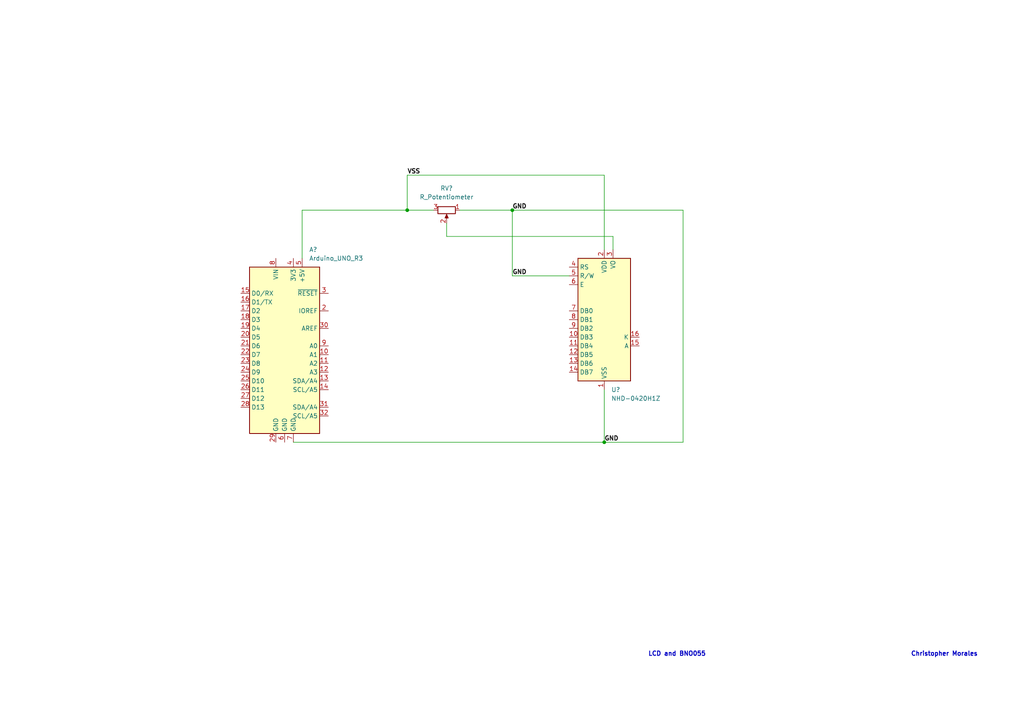
<source format=kicad_sch>
(kicad_sch (version 20211123) (generator eeschema)
  (paper "A4")
  (lib_symbols
    (symbol "Device:R_Potentiometer" (pin_names (offset 1.016) hide)
      (property "Reference" "RV" (at -4.445 0 90))
      (property "Value" "R_Potentiometer" (at -2.54 0 90))
      (symbol "R_Potentiometer_0_1"
        (polyline (pts (xy 2.54 0) (xy 1.524 0)))
        (polyline (pts (xy 1.143 0) (xy 2.286 0.508) (xy 2.286 -0.508) (xy 1.143 0)) (fill (type outline)))
        (rectangle (start 1.016 2.54) (end -1.016 -2.54) (stroke (width 0.254)))
      )
      (symbol "R_Potentiometer_1_1"
        (pin passive line (at 0 3.81 270) (length 1.27) (name "1") (number "1"))
        (pin passive line (at 3.81 0 180) (length 1.27) (name "2") (number "2"))
        (pin passive line (at 0 -3.81 90) (length 1.27) (name "3") (number "3"))
      )
    )
    (symbol "Display_Character:NHD-0420H1Z"
      (property "Reference" "U" (at -6.35 19.05 0))
      (property "Value" "NHD-0420H1Z" (at 5.08 19.05 0))
      (symbol "NHD-0420H1Z_0_1"
        (rectangle (start -7.62 17.78) (end 7.62 -17.78) (stroke (width 0.254)) (fill (type background)))
      )
      (symbol "NHD-0420H1Z_1_1"
        (pin power_in line (at 0 -20.32 90) (length 2.54) (name "VSS") (number "1"))
        (pin bidirectional line (at -10.16 -5.08 0) (length 2.54) (name "DB3") (number "10"))
        (pin bidirectional line (at -10.16 -7.62 0) (length 2.54) (name "DB4") (number "11"))
        (pin bidirectional line (at -10.16 -10.16 0) (length 2.54) (name "DB5") (number "12"))
        (pin bidirectional line (at -10.16 -12.7 0) (length 2.54) (name "DB6") (number "13"))
        (pin bidirectional line (at -10.16 -15.24 0) (length 2.54) (name "DB7") (number "14"))
        (pin passive line (at 10.16 -7.62 180) (length 2.54) (name "A") (number "15"))
        (pin passive line (at 10.16 -5.08 180) (length 2.54) (name "K") (number "16"))
        (pin power_in line (at 0 20.32 270) (length 2.54) (name "VDD") (number "2"))
        (pin power_in line (at 2.54 20.32 270) (length 2.54) (name "VO") (number "3"))
        (pin input line (at -10.16 15.24 0) (length 2.54) (name "RS") (number "4"))
        (pin input line (at -10.16 12.7 0) (length 2.54) (name "R/W") (number "5"))
        (pin input line (at -10.16 10.16 0) (length 2.54) (name "E") (number "6"))
        (pin bidirectional line (at -10.16 2.54 0) (length 2.54) (name "DB0") (number "7"))
        (pin bidirectional line (at -10.16 0 0) (length 2.54) (name "DB1") (number "8"))
        (pin bidirectional line (at -10.16 -2.54 0) (length 2.54) (name "DB2") (number "9"))
      )
    )
    (symbol "MCU_Module:Arduino_UNO_R3"
      (property "Reference" "A" (at -10.16 23.495 0))
      (property "Value" "Arduino_UNO_R3" (at 5.08 -26.67 0))
      (symbol "Arduino_UNO_R3_0_1"
        (rectangle (start -10.16 22.86) (end 10.16 -25.4) (stroke (width 0.254)) (fill (type background)))
      )
      (symbol "Arduino_UNO_R3_1_1"
        (pin no_connect line (at -10.16 -20.32 0) (length 2.54) hide (name "NC") (number "1"))
        (pin bidirectional line (at 12.7 -2.54 180) (length 2.54) (name "A1") (number "10"))
        (pin bidirectional line (at 12.7 -5.08 180) (length 2.54) (name "A2") (number "11"))
        (pin bidirectional line (at 12.7 -7.62 180) (length 2.54) (name "A3") (number "12"))
        (pin bidirectional line (at 12.7 -10.16 180) (length 2.54) (name "SDA/A4") (number "13"))
        (pin bidirectional line (at 12.7 -12.7 180) (length 2.54) (name "SCL/A5") (number "14"))
        (pin bidirectional line (at -12.7 15.24 0) (length 2.54) (name "D0/RX") (number "15"))
        (pin bidirectional line (at -12.7 12.7 0) (length 2.54) (name "D1/TX") (number "16"))
        (pin bidirectional line (at -12.7 10.16 0) (length 2.54) (name "D2") (number "17"))
        (pin bidirectional line (at -12.7 7.62 0) (length 2.54) (name "D3") (number "18"))
        (pin bidirectional line (at -12.7 5.08 0) (length 2.54) (name "D4") (number "19"))
        (pin output line (at 12.7 10.16 180) (length 2.54) (name "IOREF") (number "2"))
        (pin bidirectional line (at -12.7 2.54 0) (length 2.54) (name "D5") (number "20"))
        (pin bidirectional line (at -12.7 0 0) (length 2.54) (name "D6") (number "21"))
        (pin bidirectional line (at -12.7 -2.54 0) (length 2.54) (name "D7") (number "22"))
        (pin bidirectional line (at -12.7 -5.08 0) (length 2.54) (name "D8") (number "23"))
        (pin bidirectional line (at -12.7 -7.62 0) (length 2.54) (name "D9") (number "24"))
        (pin bidirectional line (at -12.7 -10.16 0) (length 2.54) (name "D10") (number "25"))
        (pin bidirectional line (at -12.7 -12.7 0) (length 2.54) (name "D11") (number "26"))
        (pin bidirectional line (at -12.7 -15.24 0) (length 2.54) (name "D12") (number "27"))
        (pin bidirectional line (at -12.7 -17.78 0) (length 2.54) (name "D13") (number "28"))
        (pin power_in line (at -2.54 -27.94 90) (length 2.54) (name "GND") (number "29"))
        (pin input line (at 12.7 15.24 180) (length 2.54) (name "~{RESET}") (number "3"))
        (pin input line (at 12.7 5.08 180) (length 2.54) (name "AREF") (number "30"))
        (pin bidirectional line (at 12.7 -17.78 180) (length 2.54) (name "SDA/A4") (number "31"))
        (pin bidirectional line (at 12.7 -20.32 180) (length 2.54) (name "SCL/A5") (number "32"))
        (pin power_out line (at 2.54 25.4 270) (length 2.54) (name "3V3") (number "4"))
        (pin power_out line (at 5.08 25.4 270) (length 2.54) (name "+5V") (number "5"))
        (pin power_in line (at 0 -27.94 90) (length 2.54) (name "GND") (number "6"))
        (pin power_in line (at 2.54 -27.94 90) (length 2.54) (name "GND") (number "7"))
        (pin power_in line (at -2.54 25.4 270) (length 2.54) (name "VIN") (number "8"))
        (pin bidirectional line (at 12.7 0 180) (length 2.54) (name "A0") (number "9"))
      )
    )
  )
  (junction (at 118.11 60.96))
  (junction (at 148.59 60.96))
  (junction (at 175.26 128.27))
  (wire (pts (xy 175.26 50.8) (xy 118.11 50.8)))
  (wire (pts (xy 165.1 80.01) (xy 148.59 80.01)))
  (wire (pts (xy 177.8 68.58) (xy 177.8 72.39)))
  (wire (pts (xy 129.54 64.77) (xy 129.54 68.58)))
  (wire (pts (xy 129.54 68.58) (xy 177.8 68.58)))
  (wire (pts (xy 87.63 60.96) (xy 118.11 60.96)))
  (wire (pts (xy 133.35 60.96) (xy 148.59 60.96)))
  (wire (pts (xy 175.26 128.27) (xy 85.09 128.27)))
  (wire (pts (xy 198.12 60.96) (xy 198.12 128.27)))
  (wire (pts (xy 148.59 60.96) (xy 198.12 60.96)))
  (wire (pts (xy 118.11 50.8) (xy 118.11 60.96)))
  (wire (pts (xy 175.26 72.39) (xy 175.26 50.8)))
  (wire (pts (xy 87.63 74.93) (xy 87.63 60.96)))
  (wire (pts (xy 198.12 128.27) (xy 175.26 128.27)))
  (wire (pts (xy 148.59 80.01) (xy 148.59 60.96)))
  (wire (pts (xy 175.26 113.03) (xy 175.26 128.27)))
  (wire (pts (xy 118.11 60.96) (xy 125.73 60.96)))
  (text "LCD and BNO055" (at 187.96 190.5 0) (effects (font (size 1.27 1.27) (thickness 0.254) bold) (justify left bottom)))
  (text "Christopher Morales\n" (at 264.16 190.5 0) (effects (font (size 1.27 1.27) bold) (justify left bottom)))
  (label "VSS" (at 118.11 50.8 0) (effects (font bold)))
  (label "GND" (at 175.26 128.27 0) (effects (font bold)))
  (label "GND" (at 148.59 80.01 0) (effects (font bold)))
  (label "GND" (at 148.59 60.96 0) (effects (font bold)))
  (symbol (lib_id "MCU_Module:Arduino_UNO_R3") (at 82.55 100.33 0) (unit 1)
    (property "Reference" "A?" (at 89.6494 72.39 0) (effects (justify left)))
    (property "Value" "Arduino_UNO_R3" (at 89.6494 74.93 0) (effects (justify left)))
    (property "Footprint" "Module:Arduino_UNO_R3" (effects hide))
    (property "Datasheet" "https://www.arduino.cc/en/Main/arduinoBoardUno" (effects hide))
  )
  (symbol (lib_id "Device:R_Potentiometer") (at 129.54 60.96 270) (unit 1)
    (property "Reference" "RV?" (at 129.54 54.61 90))
    (property "Value" "R_Potentiometer" (at 129.54 57.15 90))
  )
  (symbol (lib_id "Display_Character:NHD-0420H1Z") (at 175.26 92.71 0) (unit 1)
    (property "Reference" "U?" (at 177.2794 113.03 0) (effects (justify left)))
    (property "Value" "NHD-0420H1Z" (at 177.2794 115.57 0) (effects (justify left)))
    (property "Footprint" "Display:NHD-0420H1Z" (effects hide))
    (property "Datasheet" "http://www.newhavendisplay.com/specs/NHD-0420H1Z-FSW-GBW-33V3.pdf" (effects hide))
  )
)
</source>
